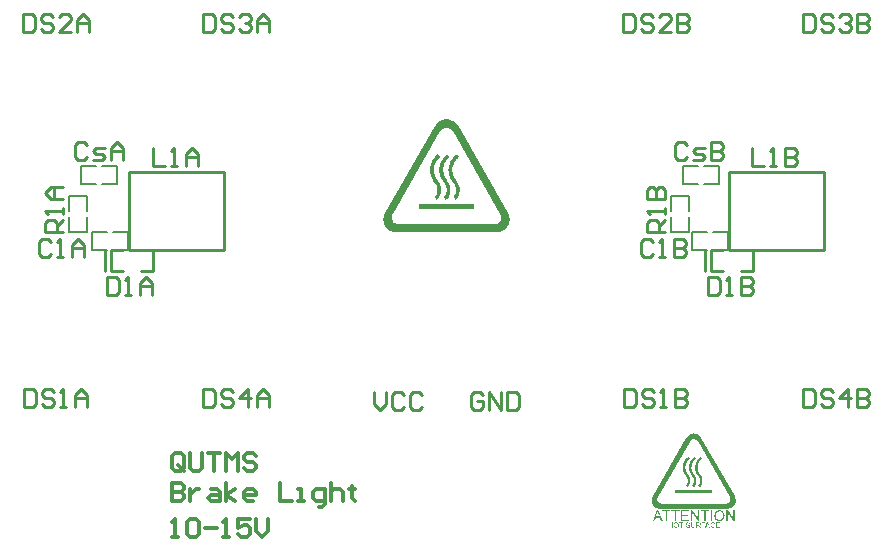
<source format=gto>
G04*
G04 #@! TF.GenerationSoftware,Altium Limited,Altium Designer,20.1.14 (287)*
G04*
G04 Layer_Color=65535*
%FSLAX25Y25*%
%MOIN*%
G70*
G04*
G04 #@! TF.SameCoordinates,7963FD37-A3EF-41C6-90A3-C7C30B782ED2*
G04*
G04*
G04 #@! TF.FilePolarity,Positive*
G04*
G01*
G75*
%ADD10C,0.00800*%
%ADD11C,0.01000*%
%ADD12C,0.01200*%
G36*
X300917Y280442D02*
X301305Y280330D01*
X301750Y280220D01*
X302250Y279997D01*
X302694Y279719D01*
X303194Y279331D01*
X303250Y279275D01*
X303361Y279164D01*
X303639Y278886D01*
X303694Y278831D01*
X303750Y278720D01*
X303972Y278386D01*
X320748Y249334D01*
X320803Y249278D01*
X320859Y249112D01*
X320970Y248778D01*
X321137Y248389D01*
X321248Y247945D01*
X321303Y247389D01*
Y246834D01*
X321248Y246223D01*
Y246167D01*
X321192Y246056D01*
X321137Y245834D01*
X321081Y245612D01*
Y245556D01*
X321026Y245445D01*
X320915Y245279D01*
X320803Y245001D01*
X320748D01*
X320692Y244945D01*
X320581Y244779D01*
X320415Y244501D01*
X320137Y244223D01*
X319804Y243890D01*
X319415Y243556D01*
X318915Y243279D01*
X318359Y243057D01*
X318304D01*
X318137Y243001D01*
X317915Y242945D01*
X317693D01*
X317637Y242890D01*
X317415D01*
X317137Y242834D01*
X283307Y242834D01*
X282974Y242890D01*
X282585Y243001D01*
X282085Y243112D01*
X281585Y243334D01*
X281085Y243612D01*
X280585Y244001D01*
X280530Y244056D01*
X280419Y244167D01*
X280141Y244445D01*
X280085Y244501D01*
X280030Y244612D01*
X279808Y245001D01*
X279752Y245056D01*
X279696Y245223D01*
X279585Y245501D01*
X279419Y245890D01*
X279308Y246334D01*
X279252Y246834D01*
Y247389D01*
X279308Y248001D01*
Y248056D01*
X279363Y248223D01*
X279419Y248445D01*
X279474Y248611D01*
Y248667D01*
X279530Y248778D01*
X279641Y248945D01*
X279752Y249167D01*
Y249223D01*
Y249278D01*
X279808D01*
X296528Y278275D01*
Y278331D01*
X296639Y278442D01*
X296861Y278775D01*
X297306Y279275D01*
X297806Y279719D01*
X297917Y279775D01*
X298139Y279886D01*
X298195Y279942D01*
X298306Y279997D01*
X298528Y280108D01*
X298750Y280220D01*
X299083Y280330D01*
X299472Y280386D01*
X299861Y280497D01*
X300583D01*
X300917Y280442D01*
D02*
G37*
G36*
X383111Y175682D02*
X383370Y175608D01*
X383666Y175534D01*
X384000Y175386D01*
X384296Y175201D01*
X384629Y174942D01*
X384666Y174905D01*
X384740Y174830D01*
X384926Y174645D01*
X384963Y174608D01*
X384999Y174534D01*
X385148Y174312D01*
X396331Y154945D01*
X396368Y154908D01*
X396405Y154797D01*
X396479Y154575D01*
X396590Y154316D01*
X396664Y154020D01*
X396701Y153649D01*
Y153279D01*
X396664Y152872D01*
Y152835D01*
X396627Y152761D01*
X396590Y152612D01*
X396553Y152464D01*
Y152427D01*
X396516Y152353D01*
X396442Y152242D01*
X396368Y152057D01*
X396331D01*
X396294Y152020D01*
X396220Y151909D01*
X396109Y151724D01*
X395923Y151539D01*
X395701Y151316D01*
X395442Y151094D01*
X395109Y150909D01*
X394738Y150761D01*
X394701D01*
X394590Y150724D01*
X394442Y150687D01*
X394294D01*
X394257Y150650D01*
X394109D01*
X393924Y150613D01*
X371373Y150613D01*
X371150Y150650D01*
X370891Y150724D01*
X370558Y150798D01*
X370225Y150946D01*
X369891Y151131D01*
X369558Y151391D01*
X369521Y151428D01*
X369447Y151502D01*
X369262Y151687D01*
X369225Y151724D01*
X369188Y151798D01*
X369040Y152057D01*
X369003Y152094D01*
X368966Y152205D01*
X368892Y152390D01*
X368780Y152649D01*
X368706Y152946D01*
X368669Y153279D01*
Y153649D01*
X368706Y154057D01*
Y154094D01*
X368743Y154205D01*
X368780Y154353D01*
X368817Y154464D01*
Y154501D01*
X368854Y154575D01*
X368929Y154686D01*
X369003Y154834D01*
Y154871D01*
Y154908D01*
X369040D01*
X380186Y174238D01*
Y174275D01*
X380260Y174349D01*
X380408Y174571D01*
X380704Y174905D01*
X381037Y175201D01*
X381111Y175238D01*
X381259Y175312D01*
X381296Y175349D01*
X381371Y175386D01*
X381519Y175460D01*
X381667Y175534D01*
X381889Y175608D01*
X382148Y175645D01*
X382407Y175719D01*
X382889D01*
X383111Y175682D01*
D02*
G37*
G36*
X396331Y146614D02*
X395849D01*
X393998Y149428D01*
Y146614D01*
X393553Y146614D01*
Y150169D01*
X394035Y150169D01*
X395886Y147391D01*
Y150169D01*
X396331D01*
Y146614D01*
D02*
G37*
G36*
X384518Y146614D02*
X384037D01*
X382148Y149428D01*
Y146614D01*
X381704D01*
Y150169D01*
X382185D01*
X384074Y147391D01*
Y150169D01*
X384518D01*
Y146614D01*
D02*
G37*
G36*
X388888D02*
X388406D01*
Y150169D01*
X388888D01*
Y146614D01*
D02*
G37*
G36*
X387851Y149761D02*
X386666D01*
Y146614D01*
X386185D01*
Y149761D01*
X385037D01*
Y150169D01*
X387851D01*
Y149761D01*
D02*
G37*
G36*
X381000D02*
X378890D01*
Y148650D01*
X380852D01*
Y148243D01*
X378890D01*
Y147021D01*
X381074D01*
Y146614D01*
X378408D01*
Y150169D01*
X381000D01*
Y149761D01*
D02*
G37*
G36*
X377927D02*
X376742D01*
Y146614D01*
X376297D01*
Y149761D01*
X375113D01*
Y150169D01*
X377927D01*
Y149761D01*
D02*
G37*
G36*
X374890D02*
X373742D01*
Y146614D01*
X373261D01*
Y149761D01*
X372076D01*
Y150169D01*
X374890D01*
Y149761D01*
D02*
G37*
G36*
X372335Y146614D02*
X371817D01*
X371410Y147687D01*
X369928D01*
X369521Y146614D01*
X369040D01*
X370373Y150169D01*
X370891D01*
X372335Y146614D01*
D02*
G37*
G36*
X391554Y150206D02*
X391850Y150131D01*
X392146Y149983D01*
X392220Y149946D01*
X392369Y149835D01*
X392554Y149613D01*
X392739Y149354D01*
Y149317D01*
X392776Y149280D01*
X392850Y149058D01*
X392924Y148761D01*
X392961Y148391D01*
Y148354D01*
Y148317D01*
X392924Y148058D01*
X392887Y147762D01*
X392739Y147428D01*
X392702Y147354D01*
X392591Y147169D01*
X392369Y146984D01*
X392109Y146799D01*
X392035Y146762D01*
X391850Y146688D01*
X391591Y146614D01*
X391258Y146577D01*
X391183D01*
X390961Y146614D01*
X390665Y146688D01*
X390369Y146799D01*
X390295Y146836D01*
X390147Y146984D01*
X389925Y147169D01*
X389739Y147465D01*
Y147502D01*
X389702Y147539D01*
X389665Y147725D01*
X389591Y148021D01*
X389554Y148354D01*
Y148391D01*
Y148502D01*
X389591Y148650D01*
X389628Y148872D01*
X389776Y149317D01*
X389887Y149539D01*
X390036Y149724D01*
X390073Y149761D01*
X390110Y149798D01*
X390221Y149872D01*
X390369Y149983D01*
X390739Y150169D01*
X390998Y150206D01*
X391258Y150243D01*
X391332D01*
X391554Y150206D01*
D02*
G37*
G36*
X381111Y146021D02*
X381148D01*
X381185Y145984D01*
X381334Y145836D01*
Y145799D01*
X381371Y145762D01*
X381408Y145540D01*
X381185D01*
Y145577D01*
Y145651D01*
X381148Y145725D01*
X381074Y145799D01*
X381037D01*
X381000Y145836D01*
X380778Y145873D01*
X380667D01*
X380556Y145836D01*
X380445Y145799D01*
X380408Y145762D01*
X380371Y145614D01*
Y145540D01*
X380408Y145429D01*
X380482Y145392D01*
X380593Y145355D01*
X380778Y145318D01*
X380815D01*
X380926Y145281D01*
X381074Y145244D01*
X381148Y145206D01*
X381185D01*
X381259Y145169D01*
X381334Y145095D01*
X381408Y145021D01*
X381445Y144947D01*
X381482Y144762D01*
Y144725D01*
Y144688D01*
X381445Y144577D01*
X381371Y144503D01*
X381334Y144466D01*
X381148Y144355D01*
X381111D01*
X381037Y144318D01*
X380815Y144281D01*
X380667D01*
X380408Y144355D01*
X380371D01*
X380334Y144392D01*
X380149Y144540D01*
Y144577D01*
X380112Y144614D01*
X380037Y144836D01*
X380297Y144873D01*
Y144799D01*
X380371Y144651D01*
X380408Y144614D01*
X380519Y144503D01*
X381074D01*
X381111Y144540D01*
X381185Y144614D01*
X381223Y144651D01*
X381259Y144762D01*
Y144799D01*
X381185Y144910D01*
X381148Y144947D01*
X381037Y145021D01*
X381000D01*
X380889Y145058D01*
X380704Y145095D01*
X380667D01*
X380593Y145133D01*
X380482Y145169D01*
X380371Y145206D01*
X380297Y145244D01*
X380186Y145392D01*
X380149Y145429D01*
X380112Y145577D01*
Y145614D01*
Y145651D01*
X380186Y145836D01*
Y145873D01*
X380260Y145910D01*
X380408Y146021D01*
X380445D01*
X380519Y146058D01*
X380741Y146095D01*
X380889D01*
X381111Y146021D01*
D02*
G37*
G36*
X389480D02*
X389628Y145947D01*
X389665Y145910D01*
X389702Y145836D01*
X389776Y145725D01*
X389850Y145577D01*
X389628Y145503D01*
Y145540D01*
X389591Y145614D01*
X389443Y145799D01*
X389369Y145836D01*
X389184Y145873D01*
X389073D01*
X388814Y145799D01*
Y145762D01*
X388740Y145725D01*
X388629Y145503D01*
Y145466D01*
X388591Y145392D01*
X388554Y145169D01*
Y145133D01*
Y145058D01*
X388629Y144799D01*
Y144762D01*
X388703Y144688D01*
X388740Y144614D01*
X388851Y144540D01*
X388962D01*
X389147Y144503D01*
X389258D01*
X389480Y144577D01*
X389517Y144614D01*
X389554Y144651D01*
X389628Y144762D01*
X389665Y144910D01*
X389887Y144836D01*
Y144799D01*
X389813Y144688D01*
X389739Y144540D01*
X389628Y144466D01*
X389591Y144429D01*
X389517Y144392D01*
X389369Y144318D01*
X389184Y144281D01*
X389147D01*
X388999Y144318D01*
X388851Y144355D01*
X388703Y144429D01*
X388666D01*
X388591Y144503D01*
X388517Y144577D01*
X388406Y144688D01*
Y144725D01*
X388369Y144836D01*
X388332Y144984D01*
Y145169D01*
Y145206D01*
Y145355D01*
X388369Y145503D01*
X388443Y145651D01*
Y145688D01*
X388517Y145762D01*
X388591Y145873D01*
X388740Y145984D01*
X388777Y146021D01*
X388851Y146058D01*
X388999Y146095D01*
X389332D01*
X389480Y146021D01*
D02*
G37*
G36*
X375668Y144318D02*
X375409D01*
Y145133D01*
X374483D01*
Y144318D01*
X374261D01*
Y146058D01*
X374483D01*
Y145318D01*
X375409D01*
Y146058D01*
X375668D01*
Y144318D01*
D02*
G37*
G36*
X383185Y145021D02*
Y144984D01*
Y144873D01*
X383148Y144725D01*
X383111Y144614D01*
X383074Y144540D01*
X383000Y144466D01*
X382889Y144392D01*
X382852D01*
X382778Y144355D01*
X382667Y144318D01*
X382482Y144281D01*
X382333D01*
X382185Y144318D01*
X382074Y144392D01*
X382037D01*
X382000Y144429D01*
X381852Y144577D01*
Y144614D01*
X381815Y144688D01*
X381778Y144836D01*
Y145021D01*
Y146058D01*
X382037D01*
Y145021D01*
Y144984D01*
Y144873D01*
Y144762D01*
X382074Y144688D01*
X382111Y144614D01*
X382222Y144503D01*
X382630D01*
X382741Y144540D01*
X382852Y144577D01*
X382889Y144614D01*
X382926Y144688D01*
X382963Y144799D01*
Y145021D01*
Y146058D01*
X383185D01*
Y145021D01*
D02*
G37*
G36*
X391480Y145836D02*
X390443D01*
Y145318D01*
X391406D01*
Y145095D01*
X390443D01*
Y144503D01*
X391517D01*
Y144318D01*
X390184D01*
Y146058D01*
X391480D01*
Y145836D01*
D02*
G37*
G36*
X388221Y144318D02*
X387925D01*
X387740Y144799D01*
X386999D01*
X386814Y144318D01*
X386555D01*
X387221Y146058D01*
X387480D01*
X388221Y144318D01*
D02*
G37*
G36*
X386555Y145836D02*
X385592D01*
Y145281D01*
X386444D01*
Y145095D01*
X385592D01*
Y144318D01*
X385370D01*
Y146058D01*
X386555D01*
Y145836D01*
D02*
G37*
G36*
X384740Y146021D02*
X384777D01*
X384814Y145984D01*
X384926Y145836D01*
Y145799D01*
X384963Y145762D01*
X384999Y145577D01*
Y145540D01*
Y145466D01*
X384963Y145355D01*
X384888Y145244D01*
X384851D01*
X384777Y145169D01*
X384666Y145133D01*
X384518Y145095D01*
X384555Y145058D01*
X384629Y144984D01*
X384703Y144947D01*
X384851Y144762D01*
X385148Y144318D01*
X384851D01*
X384629Y144651D01*
X384592Y144688D01*
X384555Y144762D01*
X384481Y144836D01*
X384444Y144910D01*
X384407Y144947D01*
X384333Y145021D01*
X384296D01*
X384222Y145058D01*
X383815D01*
Y144318D01*
X383592D01*
Y146058D01*
X384518D01*
X384740Y146021D01*
D02*
G37*
G36*
X379260Y145836D02*
X378667D01*
Y144318D01*
X378445D01*
Y145836D01*
X377853D01*
Y146058D01*
X379260D01*
Y145836D01*
D02*
G37*
G36*
X377112Y146021D02*
X377260Y145947D01*
X377297D01*
X377371Y145873D01*
X377482Y145799D01*
X377593Y145651D01*
Y145614D01*
X377631Y145503D01*
X377668Y145355D01*
Y145169D01*
Y145133D01*
Y144984D01*
X377631Y144836D01*
X377556Y144688D01*
X377519Y144651D01*
X377482Y144577D01*
X377260Y144392D01*
X377223D01*
X377112Y144355D01*
X376964Y144318D01*
X376816Y144281D01*
X376779D01*
X376668Y144318D01*
X376520Y144355D01*
X376372Y144429D01*
X376335D01*
X376260Y144503D01*
X376186Y144577D01*
X376075Y144688D01*
Y144725D01*
X376038Y144836D01*
X376001Y144984D01*
X375964Y145133D01*
Y145169D01*
Y145206D01*
X376001Y145392D01*
X376075Y145614D01*
X376223Y145836D01*
X376260Y145873D01*
X376372Y145984D01*
X376557Y146058D01*
X376816Y146095D01*
X376964D01*
X377112Y146021D01*
D02*
G37*
%LPC*%
G36*
X300306Y277664D02*
X300194D01*
X299917Y277609D01*
X299528Y277553D01*
X299083Y277331D01*
X299028Y277275D01*
X298972Y277220D01*
X298917D01*
X298861Y277164D01*
X298695Y276998D01*
X298472Y276775D01*
X298250Y276442D01*
X282307Y248889D01*
Y248834D01*
Y248778D01*
X282252Y248723D01*
X282196Y248500D01*
X282141Y248445D01*
X282085Y248167D01*
Y248112D01*
Y248001D01*
X282030Y247834D01*
Y247612D01*
X282085Y247112D01*
X282307Y246556D01*
X282363D01*
X282418Y246445D01*
X282529Y246278D01*
X282585Y246223D01*
X282752Y246001D01*
X282807D01*
X282863Y245890D01*
X283196Y245723D01*
X283696Y245501D01*
X284029Y245445D01*
X284363Y245390D01*
X316248Y245390D01*
Y245445D01*
X316637D01*
X316748Y245501D01*
X316970D01*
X317082Y245556D01*
X317415Y245723D01*
X317804Y246056D01*
X318248Y246556D01*
X318304Y246667D01*
X318415Y246889D01*
X318470Y247278D01*
X318526Y247723D01*
Y247778D01*
Y247945D01*
Y248056D01*
X318470Y248278D01*
X318359Y248556D01*
X318193Y248889D01*
Y248945D01*
X302305Y276498D01*
X302250D01*
X302194Y276553D01*
X302083Y276775D01*
Y276831D01*
X301972Y276887D01*
X301861Y276998D01*
X301805Y277053D01*
X301750Y277109D01*
X301416Y277331D01*
X300917Y277498D01*
X300639Y277609D01*
X300306D01*
Y277664D01*
D02*
G37*
%LPD*%
G36*
X303972Y268498D02*
X304416Y267943D01*
X304361Y267887D01*
X304194Y267776D01*
X303972Y267610D01*
X303694Y267332D01*
X303639Y267276D01*
X303527Y267110D01*
X303305Y266832D01*
X303083Y266499D01*
X303028Y266388D01*
X302861Y266054D01*
X302639Y265554D01*
X302416Y264943D01*
X302250Y264165D01*
X302194Y263332D01*
X302361Y262388D01*
X302472Y261944D01*
X302694Y261444D01*
X302750Y261388D01*
X302861Y261166D01*
X303083Y260833D01*
X303416Y260332D01*
X303472Y260222D01*
X303694Y259944D01*
X303916Y259555D01*
X304194Y259110D01*
X304250Y258999D01*
X304416Y258666D01*
X304527Y258166D01*
X304638Y257444D01*
Y257388D01*
Y257277D01*
Y256889D01*
Y256833D01*
Y256666D01*
Y256444D01*
X304583Y256277D01*
Y256166D01*
X304527Y255944D01*
X304416Y255555D01*
X304305Y255111D01*
X304083Y254666D01*
X303805Y254222D01*
X303472Y253889D01*
X303028Y253667D01*
X302639Y254833D01*
X302750Y254889D01*
X302805Y254944D01*
X302916Y255111D01*
X303028Y255277D01*
X303194Y255611D01*
X303305Y255944D01*
X303416Y256444D01*
Y256500D01*
Y256611D01*
Y256777D01*
Y256889D01*
Y256944D01*
Y257055D01*
Y257222D01*
Y257333D01*
Y257388D01*
X303361Y257500D01*
X303361Y257722D01*
X303250Y257999D01*
X303139Y258333D01*
X302972Y258722D01*
X302694Y259110D01*
X302416Y259555D01*
Y259610D01*
X302305Y259666D01*
X302083Y259999D01*
X301805Y260444D01*
X301583Y260888D01*
X301528Y260944D01*
X301472Y261166D01*
X301305Y261499D01*
X301194Y261944D01*
X301083Y262443D01*
X300972Y262999D01*
X300917Y263610D01*
X300972Y264221D01*
Y264277D01*
X301028Y264499D01*
X301083Y264832D01*
X301194Y265221D01*
X301361Y265665D01*
X301528Y266165D01*
X301805Y266721D01*
X302083Y267221D01*
X302139Y267332D01*
X302305Y267554D01*
X302527Y267832D01*
X302805Y268165D01*
X302861Y268221D01*
X303083Y268387D01*
X303361Y268665D01*
X303694Y268943D01*
X303972Y268498D01*
D02*
G37*
G36*
X300917D02*
X301305Y267943D01*
X301250Y267887D01*
X301083Y267776D01*
X300861Y267554D01*
X300583Y267332D01*
X300528Y267276D01*
X300417Y267110D01*
X300250Y266832D01*
X300028Y266499D01*
X299972Y266388D01*
X299806Y266054D01*
X299583Y265554D01*
X299361Y264943D01*
X299195Y264165D01*
X299139Y263332D01*
X299306Y262388D01*
X299417Y261944D01*
X299639Y261444D01*
X299694Y261388D01*
X299806Y261166D01*
X300028Y260777D01*
X300361Y260332D01*
X300417Y260222D01*
X300583Y259944D01*
X300805Y259555D01*
X301083Y259110D01*
X301139Y258999D01*
X301305Y258666D01*
X301472Y258166D01*
X301583Y257444D01*
Y257388D01*
Y257333D01*
Y257166D01*
Y256889D01*
Y256833D01*
Y256666D01*
X301528Y256444D01*
Y256277D01*
Y256166D01*
X301472Y255944D01*
X301361Y255555D01*
X301194Y255111D01*
X300972Y254666D01*
X300694Y254222D01*
X300361Y253889D01*
X299917Y253667D01*
X299528Y254833D01*
X299639Y254889D01*
X299694Y254944D01*
X299861Y255111D01*
X299972Y255277D01*
X300083Y255611D01*
X300194Y255944D01*
X300306Y256444D01*
Y256500D01*
Y256611D01*
Y256889D01*
Y256944D01*
Y257055D01*
Y257333D01*
Y257388D01*
Y257500D01*
X300250Y257722D01*
X300194Y257999D01*
X300028Y258333D01*
X299861Y258722D01*
X299639Y259110D01*
X299361Y259555D01*
Y259610D01*
X299250Y259721D01*
X299028Y260055D01*
X298750Y260499D01*
X298528Y260888D01*
X298472Y260944D01*
X298417Y261166D01*
X298250Y261499D01*
X298139Y261944D01*
X297972Y262443D01*
X297861Y262999D01*
X297806Y263610D01*
X297861Y264221D01*
Y264277D01*
X297917Y264499D01*
X297972Y264832D01*
X298083Y265221D01*
X298250Y265665D01*
X298472Y266165D01*
X298972Y267221D01*
X299028Y267332D01*
X299195Y267554D01*
X299417Y267832D01*
X299694Y268165D01*
X299750Y268221D01*
X299972Y268443D01*
X300250Y268665D01*
X300583Y268943D01*
X300917Y268498D01*
D02*
G37*
G36*
X297806D02*
X298250Y267943D01*
X298195D01*
X298139Y267887D01*
X297972Y267776D01*
X297750Y267554D01*
X297528Y267332D01*
X297473Y267276D01*
X297306Y267110D01*
X297139Y266832D01*
X296917Y266499D01*
X296861Y266388D01*
X296695Y266054D01*
X296473Y265554D01*
X296250Y264943D01*
X296084Y264165D01*
X296028Y263332D01*
X296195Y262388D01*
X296306Y261944D01*
X296528Y261444D01*
X296584Y261388D01*
X296695Y261166D01*
X296917Y260833D01*
X297250Y260332D01*
X297306Y260222D01*
X297473Y259944D01*
X297695Y259555D01*
X297972Y259110D01*
X298028Y258999D01*
X298195Y258666D01*
X298361Y258166D01*
X298472Y257444D01*
Y257388D01*
Y257222D01*
Y257055D01*
Y256889D01*
Y256833D01*
Y256666D01*
Y256444D01*
X298417Y256277D01*
Y256166D01*
X298361Y255944D01*
X298250Y255555D01*
X298083Y255111D01*
X297861Y254666D01*
X297584Y254222D01*
X297250Y253889D01*
X296806Y253667D01*
X296417Y254833D01*
X296528Y254889D01*
X296584Y254944D01*
X296750Y255111D01*
X296861Y255277D01*
X296972Y255611D01*
X297084Y255944D01*
X297195Y256444D01*
Y256500D01*
X297250Y256611D01*
Y256889D01*
Y256944D01*
Y256999D01*
Y257333D01*
Y257388D01*
X297195Y257500D01*
X297195Y257722D01*
X297084Y257999D01*
X296972Y258333D01*
X296806Y258722D01*
X296528Y259110D01*
X296250Y259555D01*
Y259610D01*
X296139Y259666D01*
X295917Y259999D01*
X295639Y260444D01*
X295417Y260888D01*
X295362Y260944D01*
X295306Y261166D01*
X295139Y261499D01*
X295028Y261944D01*
X294917Y262443D01*
X294806Y262999D01*
X294750Y263610D01*
X294806Y264221D01*
Y264277D01*
X294862Y264499D01*
X294917Y264832D01*
X295028Y265221D01*
X295139Y265665D01*
X295362Y266165D01*
X295584Y266721D01*
X295862Y267221D01*
X295917Y267332D01*
X296084Y267554D01*
X296306Y267832D01*
X296584Y268165D01*
X296695Y268276D01*
X296861Y268443D01*
X297195Y268721D01*
X297473Y268943D01*
X297806Y268498D01*
D02*
G37*
G36*
X309582Y250667D02*
X290973Y250667D01*
Y252222D01*
X309582Y252222D01*
Y250667D01*
D02*
G37*
%LPC*%
G36*
X382704Y173831D02*
X382630D01*
X382445Y173794D01*
X382185Y173757D01*
X381889Y173609D01*
X381852Y173572D01*
X381815Y173535D01*
X381778D01*
X381741Y173497D01*
X381630Y173386D01*
X381482Y173238D01*
X381334Y173016D01*
X370706Y154649D01*
Y154612D01*
Y154575D01*
X370669Y154538D01*
X370632Y154390D01*
X370595Y154353D01*
X370558Y154168D01*
Y154131D01*
Y154057D01*
X370521Y153946D01*
Y153797D01*
X370558Y153464D01*
X370706Y153094D01*
X370743D01*
X370780Y153020D01*
X370854Y152909D01*
X370891Y152872D01*
X371002Y152724D01*
X371039D01*
X371076Y152649D01*
X371298Y152539D01*
X371632Y152390D01*
X371854Y152353D01*
X372076Y152316D01*
X393331D01*
Y152353D01*
X393590D01*
X393665Y152390D01*
X393813D01*
X393887Y152427D01*
X394109Y152539D01*
X394368Y152761D01*
X394664Y153094D01*
X394701Y153168D01*
X394776Y153316D01*
X394812Y153575D01*
X394849Y153872D01*
Y153909D01*
Y154020D01*
Y154094D01*
X394812Y154242D01*
X394738Y154427D01*
X394627Y154649D01*
Y154686D01*
X384037Y173053D01*
X384000D01*
X383963Y173090D01*
X383889Y173238D01*
Y173275D01*
X383815Y173312D01*
X383740Y173386D01*
X383703Y173423D01*
X383666Y173460D01*
X383444Y173609D01*
X383111Y173720D01*
X382926Y173794D01*
X382704D01*
Y173831D01*
D02*
G37*
%LPD*%
G36*
X385148Y167721D02*
X385444Y167350D01*
X385407Y167313D01*
X385296Y167239D01*
X385148Y167128D01*
X384963Y166943D01*
X384926Y166906D01*
X384851Y166795D01*
X384703Y166610D01*
X384555Y166388D01*
X384518Y166314D01*
X384407Y166091D01*
X384259Y165758D01*
X384111Y165351D01*
X384000Y164832D01*
X383963Y164277D01*
X384074Y163647D01*
X384148Y163351D01*
X384296Y163018D01*
X384333Y162981D01*
X384407Y162833D01*
X384555Y162611D01*
X384777Y162277D01*
X384814Y162203D01*
X384963Y162018D01*
X385111Y161759D01*
X385296Y161463D01*
X385333Y161389D01*
X385444Y161167D01*
X385518Y160833D01*
X385592Y160352D01*
Y160315D01*
Y160241D01*
Y159982D01*
Y159944D01*
Y159833D01*
Y159685D01*
X385555Y159574D01*
Y159500D01*
X385518Y159352D01*
X385444Y159093D01*
X385370Y158797D01*
X385222Y158500D01*
X385037Y158204D01*
X384814Y157982D01*
X384518Y157834D01*
X384259Y158611D01*
X384333Y158648D01*
X384370Y158685D01*
X384444Y158797D01*
X384518Y158908D01*
X384629Y159130D01*
X384703Y159352D01*
X384777Y159685D01*
Y159722D01*
Y159796D01*
Y159907D01*
Y159982D01*
Y160019D01*
Y160093D01*
Y160204D01*
Y160278D01*
Y160315D01*
X384740Y160389D01*
Y160537D01*
X384666Y160722D01*
X384592Y160944D01*
X384481Y161204D01*
X384296Y161463D01*
X384111Y161759D01*
Y161796D01*
X384037Y161833D01*
X383889Y162055D01*
X383703Y162351D01*
X383555Y162648D01*
X383518Y162685D01*
X383481Y162833D01*
X383370Y163055D01*
X383296Y163351D01*
X383222Y163684D01*
X383148Y164055D01*
X383111Y164462D01*
X383148Y164869D01*
Y164907D01*
X383185Y165055D01*
X383222Y165277D01*
X383296Y165536D01*
X383407Y165832D01*
X383518Y166165D01*
X383703Y166536D01*
X383889Y166869D01*
X383926Y166943D01*
X384037Y167091D01*
X384185Y167276D01*
X384370Y167499D01*
X384407Y167536D01*
X384555Y167647D01*
X384740Y167832D01*
X384963Y168017D01*
X385148Y167721D01*
D02*
G37*
G36*
X383111D02*
X383370Y167350D01*
X383333Y167313D01*
X383222Y167239D01*
X383074Y167091D01*
X382889Y166943D01*
X382852Y166906D01*
X382778Y166795D01*
X382667Y166610D01*
X382519Y166388D01*
X382482Y166314D01*
X382370Y166091D01*
X382222Y165758D01*
X382074Y165351D01*
X381963Y164832D01*
X381926Y164277D01*
X382037Y163647D01*
X382111Y163351D01*
X382259Y163018D01*
X382296Y162981D01*
X382370Y162833D01*
X382519Y162574D01*
X382741Y162277D01*
X382778Y162203D01*
X382889Y162018D01*
X383037Y161759D01*
X383222Y161463D01*
X383259Y161389D01*
X383370Y161167D01*
X383481Y160833D01*
X383555Y160352D01*
Y160315D01*
Y160278D01*
Y160167D01*
Y159982D01*
Y159944D01*
Y159833D01*
X383518Y159685D01*
Y159574D01*
Y159500D01*
X383481Y159352D01*
X383407Y159093D01*
X383296Y158797D01*
X383148Y158500D01*
X382963Y158204D01*
X382741Y157982D01*
X382445Y157834D01*
X382185Y158611D01*
X382259Y158648D01*
X382296Y158685D01*
X382407Y158797D01*
X382482Y158908D01*
X382556Y159130D01*
X382630Y159352D01*
X382704Y159685D01*
Y159722D01*
Y159796D01*
Y159982D01*
Y160019D01*
Y160093D01*
Y160278D01*
Y160315D01*
Y160389D01*
X382667Y160537D01*
X382630Y160722D01*
X382519Y160944D01*
X382407Y161204D01*
X382259Y161463D01*
X382074Y161759D01*
Y161796D01*
X382000Y161870D01*
X381852Y162092D01*
X381667Y162388D01*
X381519Y162648D01*
X381482Y162685D01*
X381445Y162833D01*
X381334Y163055D01*
X381259Y163351D01*
X381148Y163684D01*
X381074Y164055D01*
X381037Y164462D01*
X381074Y164869D01*
Y164907D01*
X381111Y165055D01*
X381148Y165277D01*
X381223Y165536D01*
X381334Y165832D01*
X381482Y166165D01*
X381815Y166869D01*
X381852Y166943D01*
X381963Y167091D01*
X382111Y167276D01*
X382296Y167499D01*
X382333Y167536D01*
X382482Y167684D01*
X382667Y167832D01*
X382889Y168017D01*
X383111Y167721D01*
D02*
G37*
G36*
X381037D02*
X381334Y167350D01*
X381296D01*
X381259Y167313D01*
X381148Y167239D01*
X381000Y167091D01*
X380852Y166943D01*
X380815Y166906D01*
X380704Y166795D01*
X380593Y166610D01*
X380445Y166388D01*
X380408Y166314D01*
X380297Y166091D01*
X380149Y165758D01*
X380000Y165351D01*
X379889Y164832D01*
X379852Y164277D01*
X379963Y163647D01*
X380037Y163351D01*
X380186Y163018D01*
X380223Y162981D01*
X380297Y162833D01*
X380445Y162611D01*
X380667Y162277D01*
X380704Y162203D01*
X380815Y162018D01*
X380963Y161759D01*
X381148Y161463D01*
X381185Y161389D01*
X381296Y161167D01*
X381408Y160833D01*
X381482Y160352D01*
Y160315D01*
Y160204D01*
Y160093D01*
Y159982D01*
Y159944D01*
Y159833D01*
Y159685D01*
X381445Y159574D01*
Y159500D01*
X381408Y159352D01*
X381334Y159093D01*
X381223Y158797D01*
X381074Y158500D01*
X380889Y158204D01*
X380667Y157982D01*
X380371Y157834D01*
X380112Y158611D01*
X380186Y158648D01*
X380223Y158685D01*
X380334Y158797D01*
X380408Y158908D01*
X380482Y159130D01*
X380556Y159352D01*
X380630Y159685D01*
Y159722D01*
X380667Y159796D01*
Y159982D01*
Y160019D01*
Y160055D01*
Y160278D01*
Y160315D01*
X380630Y160389D01*
Y160537D01*
X380556Y160722D01*
X380482Y160944D01*
X380371Y161204D01*
X380186Y161463D01*
X380000Y161759D01*
Y161796D01*
X379926Y161833D01*
X379778Y162055D01*
X379593Y162351D01*
X379445Y162648D01*
X379408Y162685D01*
X379371Y162833D01*
X379260Y163055D01*
X379186Y163351D01*
X379112Y163684D01*
X379038Y164055D01*
X379001Y164462D01*
X379038Y164869D01*
Y164907D01*
X379075Y165055D01*
X379112Y165277D01*
X379186Y165536D01*
X379260Y165832D01*
X379408Y166165D01*
X379556Y166536D01*
X379741Y166869D01*
X379778Y166943D01*
X379889Y167091D01*
X380037Y167276D01*
X380223Y167499D01*
X380297Y167573D01*
X380408Y167684D01*
X380630Y167869D01*
X380815Y168017D01*
X381037Y167721D01*
D02*
G37*
G36*
X388888Y155834D02*
X376483D01*
Y156871D01*
X388888D01*
Y155834D01*
D02*
G37*
%LPC*%
G36*
X370632Y149798D02*
Y149724D01*
X370595Y149576D01*
X370521Y149391D01*
X370447Y149132D01*
X370039Y148095D01*
X371261D01*
X370891Y149058D01*
Y149095D01*
X370854Y149132D01*
X370780Y149317D01*
X370706Y149539D01*
X370632Y149798D01*
D02*
G37*
G36*
X391258Y149835D02*
X391183D01*
X390961Y149798D01*
X390665Y149687D01*
X390406Y149502D01*
X390332Y149428D01*
X390221Y149206D01*
X390147Y149058D01*
X390110Y148872D01*
X390036Y148613D01*
Y148354D01*
Y148317D01*
Y148243D01*
X390073Y148132D01*
Y147984D01*
X390184Y147651D01*
X390369Y147317D01*
X390443Y147243D01*
X390628Y147132D01*
X390887Y147021D01*
X391258Y146947D01*
X391332D01*
X391554Y146984D01*
X391850Y147095D01*
X392109Y147317D01*
Y147354D01*
X392183Y147391D01*
X392294Y147614D01*
X392406Y147947D01*
X392480Y148391D01*
Y148428D01*
Y148465D01*
Y148650D01*
X392406Y148872D01*
X392332Y149132D01*
X392294Y149206D01*
X392220Y149317D01*
X392072Y149502D01*
X391887Y149650D01*
X391850Y149687D01*
X391702Y149761D01*
X391480Y149798D01*
X391258Y149835D01*
D02*
G37*
G36*
X387332Y145873D02*
Y145836D01*
Y145762D01*
X387258Y145540D01*
X387073Y145021D01*
X387666D01*
X387480Y145503D01*
Y145540D01*
X387406Y145651D01*
X387332Y145873D01*
D02*
G37*
G36*
X384481D02*
X383815D01*
Y145281D01*
X384407D01*
X384555Y145318D01*
X384592D01*
X384629Y145355D01*
X384703Y145429D01*
X384740Y145466D01*
Y145577D01*
Y145614D01*
Y145651D01*
X384666Y145762D01*
X384629Y145799D01*
X384592Y145836D01*
X384481Y145873D01*
D02*
G37*
G36*
X376816D02*
X376668D01*
X376557Y145799D01*
X376409Y145725D01*
X376372Y145688D01*
X376335Y145577D01*
X376260Y145392D01*
X376223Y145133D01*
Y145095D01*
X376260Y144947D01*
X376297Y144762D01*
X376409Y144614D01*
X376446D01*
X376520Y144577D01*
X376631Y144540D01*
X376816Y144503D01*
X376853D01*
X377001Y144540D01*
X377112Y144577D01*
X377260Y144651D01*
X377297Y144688D01*
X377371Y144799D01*
X377408Y144947D01*
X377445Y145169D01*
Y145206D01*
Y145318D01*
X377371Y145540D01*
Y145577D01*
X377334Y145614D01*
X377149Y145799D01*
X377112D01*
X377038Y145836D01*
X376816Y145873D01*
D02*
G37*
%LPD*%
D10*
X185500Y259000D02*
X190500D01*
X178500D02*
X183500D01*
X185500Y265000D02*
X190500D01*
X178500D02*
X183500D01*
X190500Y259000D02*
Y265000D01*
X178500Y259000D02*
Y265000D01*
X381000Y250000D02*
Y255000D01*
Y243000D02*
Y248000D01*
X375000Y250000D02*
Y255000D01*
Y243000D02*
Y248000D01*
Y255000D02*
X381000D01*
X375000Y243000D02*
X381000D01*
X386000Y259000D02*
X391000D01*
X379000D02*
X384000D01*
X386000Y265000D02*
X391000D01*
X379000D02*
X384000D01*
X391000Y259000D02*
Y265000D01*
X379000Y259000D02*
Y265000D01*
X394000Y237000D02*
Y243000D01*
X382000Y237000D02*
Y243000D01*
X389000Y237000D02*
X394000D01*
X382000D02*
X387000D01*
X389000Y243000D02*
X394000D01*
X382000D02*
X387000D01*
X194000Y237000D02*
Y243000D01*
X182000Y237000D02*
Y243000D01*
X189000Y237000D02*
X194000D01*
X182000D02*
X187000D01*
X189000Y243000D02*
X194000D01*
X182000D02*
X187000D01*
X174500D02*
X180500D01*
X174500Y255000D02*
X180500D01*
X174500Y243000D02*
Y248000D01*
Y250000D02*
Y255000D01*
X180500Y243000D02*
Y248000D01*
Y250000D02*
Y255000D01*
D11*
X394500Y237000D02*
Y263000D01*
X426000D01*
Y237000D02*
Y263000D01*
X394500Y237000D02*
X426000D01*
X398500D02*
X402500D01*
Y230000D02*
Y237000D01*
X398500Y230000D02*
X402500D01*
X388500D02*
Y237000D01*
X392500D01*
X388500Y230000D02*
X392500D01*
X386500D02*
Y237000D01*
X198500D02*
X202500D01*
Y230000D02*
Y237000D01*
X198500Y230000D02*
X202500D01*
X188500D02*
Y237000D01*
X192500D01*
X188500Y230000D02*
X192500D01*
X186500D02*
Y237000D01*
X194500D02*
X226000D01*
Y263000D01*
X194500D02*
X226000D01*
X194500Y237000D02*
Y263000D01*
X312499Y188498D02*
X311499Y189498D01*
X309500D01*
X308500Y188498D01*
Y184500D01*
X309500Y183500D01*
X311499D01*
X312499Y184500D01*
Y186499D01*
X310499D01*
X314498Y183500D02*
Y189498D01*
X318497Y183500D01*
Y189498D01*
X320496D02*
Y183500D01*
X323495D01*
X324495Y184500D01*
Y188498D01*
X323495Y189498D01*
X320496D01*
X276000D02*
Y185499D01*
X277999Y183500D01*
X279999Y185499D01*
Y189498D01*
X285997Y188498D02*
X284997Y189498D01*
X282998D01*
X281998Y188498D01*
Y184500D01*
X282998Y183500D01*
X284997D01*
X285997Y184500D01*
X291995Y188498D02*
X290995Y189498D01*
X288996D01*
X287996Y188498D01*
Y184500D01*
X288996Y183500D01*
X290995D01*
X291995Y184500D01*
X419004Y190499D02*
Y184501D01*
X422003D01*
X423002Y185501D01*
Y189499D01*
X422003Y190499D01*
X419004D01*
X429000Y189499D02*
X428001Y190499D01*
X426001D01*
X425002Y189499D01*
Y188500D01*
X426001Y187500D01*
X428001D01*
X429000Y186500D01*
Y185501D01*
X428001Y184501D01*
X426001D01*
X425002Y185501D01*
X433999Y184501D02*
Y190499D01*
X431000Y187500D01*
X434998D01*
X436998Y190499D02*
Y184501D01*
X439997D01*
X440997Y185501D01*
Y186500D01*
X439997Y187500D01*
X436998D01*
X439997D01*
X440997Y188500D01*
Y189499D01*
X439997Y190499D01*
X436998D01*
X419004Y315499D02*
Y309501D01*
X422003D01*
X423002Y310501D01*
Y314499D01*
X422003Y315499D01*
X419004D01*
X429000Y314499D02*
X428001Y315499D01*
X426001D01*
X425002Y314499D01*
Y313500D01*
X426001Y312500D01*
X428001D01*
X429000Y311500D01*
Y310501D01*
X428001Y309501D01*
X426001D01*
X425002Y310501D01*
X431000Y314499D02*
X431999Y315499D01*
X433999D01*
X434998Y314499D01*
Y313500D01*
X433999Y312500D01*
X432999D01*
X433999D01*
X434998Y311500D01*
Y310501D01*
X433999Y309501D01*
X431999D01*
X431000Y310501D01*
X436998Y315499D02*
Y309501D01*
X439997D01*
X440997Y310501D01*
Y311500D01*
X439997Y312500D01*
X436998D01*
X439997D01*
X440997Y313500D01*
Y314499D01*
X439997Y315499D01*
X436998D01*
X359004D02*
Y309501D01*
X362003D01*
X363002Y310501D01*
Y314499D01*
X362003Y315499D01*
X359004D01*
X369000Y314499D02*
X368001Y315499D01*
X366001D01*
X365002Y314499D01*
Y313500D01*
X366001Y312500D01*
X368001D01*
X369000Y311500D01*
Y310501D01*
X368001Y309501D01*
X366001D01*
X365002Y310501D01*
X374998Y309501D02*
X371000D01*
X374998Y313500D01*
Y314499D01*
X373999Y315499D01*
X371999D01*
X371000Y314499D01*
X376998Y315499D02*
Y309501D01*
X379997D01*
X380996Y310501D01*
Y311500D01*
X379997Y312500D01*
X376998D01*
X379997D01*
X380996Y313500D01*
Y314499D01*
X379997Y315499D01*
X376998D01*
X359503Y190499D02*
Y184501D01*
X362502D01*
X363502Y185501D01*
Y189499D01*
X362502Y190499D01*
X359503D01*
X369500Y189499D02*
X368500Y190499D01*
X366501D01*
X365501Y189499D01*
Y188500D01*
X366501Y187500D01*
X368500D01*
X369500Y186500D01*
Y185501D01*
X368500Y184501D01*
X366501D01*
X365501Y185501D01*
X371499Y184501D02*
X373499D01*
X372499D01*
Y190499D01*
X371499Y189499D01*
X376498Y190499D02*
Y184501D01*
X379497D01*
X380497Y185501D01*
Y186500D01*
X379497Y187500D01*
X376498D01*
X379497D01*
X380497Y188500D01*
Y189499D01*
X379497Y190499D01*
X376498D01*
X219004D02*
Y184501D01*
X222003D01*
X223002Y185501D01*
Y189499D01*
X222003Y190499D01*
X219004D01*
X229000Y189499D02*
X228001Y190499D01*
X226001D01*
X225002Y189499D01*
Y188500D01*
X226001Y187500D01*
X228001D01*
X229000Y186500D01*
Y185501D01*
X228001Y184501D01*
X226001D01*
X225002Y185501D01*
X233999Y184501D02*
Y190499D01*
X231000Y187500D01*
X234998D01*
X236998Y184501D02*
Y188500D01*
X238997Y190499D01*
X240997Y188500D01*
Y184501D01*
Y187500D01*
X236998D01*
X219004Y315499D02*
Y309501D01*
X222003D01*
X223002Y310501D01*
Y314499D01*
X222003Y315499D01*
X219004D01*
X229000Y314499D02*
X228001Y315499D01*
X226001D01*
X225002Y314499D01*
Y313500D01*
X226001Y312500D01*
X228001D01*
X229000Y311500D01*
Y310501D01*
X228001Y309501D01*
X226001D01*
X225002Y310501D01*
X231000Y314499D02*
X231999Y315499D01*
X233999D01*
X234998Y314499D01*
Y313500D01*
X233999Y312500D01*
X232999D01*
X233999D01*
X234998Y311500D01*
Y310501D01*
X233999Y309501D01*
X231999D01*
X231000Y310501D01*
X236998Y309501D02*
Y313500D01*
X238997Y315499D01*
X240997Y313500D01*
Y309501D01*
Y312500D01*
X236998D01*
X159004Y315499D02*
Y309501D01*
X162003D01*
X163002Y310501D01*
Y314499D01*
X162003Y315499D01*
X159004D01*
X169000Y314499D02*
X168001Y315499D01*
X166001D01*
X165002Y314499D01*
Y313500D01*
X166001Y312500D01*
X168001D01*
X169000Y311500D01*
Y310501D01*
X168001Y309501D01*
X166001D01*
X165002Y310501D01*
X174998Y309501D02*
X171000D01*
X174998Y313500D01*
Y314499D01*
X173999Y315499D01*
X171999D01*
X171000Y314499D01*
X176998Y309501D02*
Y313500D01*
X178997Y315499D01*
X180997Y313500D01*
Y309501D01*
Y312500D01*
X176998D01*
X159503Y190499D02*
Y184501D01*
X162502D01*
X163502Y185501D01*
Y189499D01*
X162502Y190499D01*
X159503D01*
X169500Y189499D02*
X168500Y190499D01*
X166501D01*
X165501Y189499D01*
Y188500D01*
X166501Y187500D01*
X168500D01*
X169500Y186500D01*
Y185501D01*
X168500Y184501D01*
X166501D01*
X165501Y185501D01*
X171500Y184501D02*
X173499D01*
X172499D01*
Y190499D01*
X171500Y189499D01*
X176498Y184501D02*
Y188500D01*
X178497Y190499D01*
X180497Y188500D01*
Y184501D01*
Y187500D01*
X176498D01*
X380501Y271999D02*
X379502Y272999D01*
X377502D01*
X376503Y271999D01*
Y268001D01*
X377502Y267001D01*
X379502D01*
X380501Y268001D01*
X382501Y267001D02*
X385500D01*
X386499Y268001D01*
X385500Y269000D01*
X383500D01*
X382501Y270000D01*
X383500Y271000D01*
X386499D01*
X388499Y272999D02*
Y267001D01*
X391498D01*
X392497Y268001D01*
Y269000D01*
X391498Y270000D01*
X388499D01*
X391498D01*
X392497Y271000D01*
Y271999D01*
X391498Y272999D01*
X388499D01*
X180501Y271999D02*
X179502Y272999D01*
X177502D01*
X176503Y271999D01*
Y268001D01*
X177502Y267001D01*
X179502D01*
X180501Y268001D01*
X182501Y267001D02*
X185500D01*
X186499Y268001D01*
X185500Y269000D01*
X183500D01*
X182501Y270000D01*
X183500Y271000D01*
X186499D01*
X188499Y267001D02*
Y271000D01*
X190498Y272999D01*
X192497Y271000D01*
Y267001D01*
Y270000D01*
X188499D01*
X372999Y243002D02*
X367001D01*
Y246002D01*
X368001Y247001D01*
X370000D01*
X371000Y246002D01*
Y243002D01*
Y245002D02*
X372999Y247001D01*
Y249001D02*
Y251000D01*
Y250000D01*
X367001D01*
X368001Y249001D01*
X367001Y253999D02*
X372999D01*
Y256998D01*
X371999Y257998D01*
X371000D01*
X370000Y256998D01*
Y253999D01*
Y256998D01*
X369000Y257998D01*
X368001D01*
X367001Y256998D01*
Y253999D01*
X172499Y243002D02*
X166501D01*
Y246002D01*
X167501Y247001D01*
X169500D01*
X170500Y246002D01*
Y243002D01*
Y245002D02*
X172499Y247001D01*
Y249001D02*
Y251000D01*
Y250000D01*
X166501D01*
X167501Y249001D01*
X172499Y253999D02*
X168500D01*
X166501Y255998D01*
X168500Y257998D01*
X172499D01*
X169500D01*
Y253999D01*
X402002Y270999D02*
Y265001D01*
X406001D01*
X408001D02*
X410000D01*
X409000D01*
Y270999D01*
X408001Y269999D01*
X412999Y270999D02*
Y265001D01*
X415998D01*
X416998Y266001D01*
Y267000D01*
X415998Y268000D01*
X412999D01*
X415998D01*
X416998Y269000D01*
Y269999D01*
X415998Y270999D01*
X412999D01*
X202502D02*
Y265001D01*
X206501D01*
X208501D02*
X210500D01*
X209500D01*
Y270999D01*
X208501Y269999D01*
X213499Y265001D02*
Y269000D01*
X215498Y270999D01*
X217498Y269000D01*
Y265001D01*
Y268000D01*
X213499D01*
X387502Y227999D02*
Y222001D01*
X390501D01*
X391501Y223001D01*
Y226999D01*
X390501Y227999D01*
X387502D01*
X393500Y222001D02*
X395500D01*
X394500D01*
Y227999D01*
X393500Y226999D01*
X398499Y227999D02*
Y222001D01*
X401498D01*
X402498Y223001D01*
Y224000D01*
X401498Y225000D01*
X398499D01*
X401498D01*
X402498Y226000D01*
Y226999D01*
X401498Y227999D01*
X398499D01*
X187002D02*
Y222001D01*
X190001D01*
X191001Y223001D01*
Y226999D01*
X190001Y227999D01*
X187002D01*
X193000Y222001D02*
X195000D01*
X194000D01*
Y227999D01*
X193000Y226999D01*
X197999Y222001D02*
Y226000D01*
X199998Y227999D01*
X201998Y226000D01*
Y222001D01*
Y225000D01*
X197999D01*
X369001Y239499D02*
X368002Y240499D01*
X366002D01*
X365002Y239499D01*
Y235501D01*
X366002Y234501D01*
X368002D01*
X369001Y235501D01*
X371001Y234501D02*
X373000D01*
X372000D01*
Y240499D01*
X371001Y239499D01*
X375999Y240499D02*
Y234501D01*
X378998D01*
X379998Y235501D01*
Y236500D01*
X378998Y237500D01*
X375999D01*
X378998D01*
X379998Y238500D01*
Y239499D01*
X378998Y240499D01*
X375999D01*
X168501Y239499D02*
X167501Y240499D01*
X165502D01*
X164502Y239499D01*
Y235501D01*
X165502Y234501D01*
X167501D01*
X168501Y235501D01*
X170501Y234501D02*
X172500D01*
X171500D01*
Y240499D01*
X170501Y239499D01*
X175499Y234501D02*
Y238500D01*
X177498Y240499D01*
X179498Y238500D01*
Y234501D01*
Y237500D01*
X175499D01*
D12*
X212699Y164354D02*
Y168353D01*
X211699Y169353D01*
X209700D01*
X208700Y168353D01*
Y164354D01*
X209700Y163355D01*
X211699D01*
X210699Y165354D02*
X212699Y163355D01*
X211699D02*
X212699Y164354D01*
X214698Y169353D02*
Y164354D01*
X215698Y163355D01*
X217697D01*
X218697Y164354D01*
Y169353D01*
X220696D02*
X224695D01*
X222695D01*
Y163355D01*
X226694D02*
Y169353D01*
X228694Y167353D01*
X230693Y169353D01*
Y163355D01*
X236691Y168353D02*
X235691Y169353D01*
X233692D01*
X232692Y168353D01*
Y167353D01*
X233692Y166354D01*
X235691D01*
X236691Y165354D01*
Y164354D01*
X235691Y163355D01*
X233692D01*
X232692Y164354D01*
X208700Y159275D02*
Y153277D01*
X211699D01*
X212699Y154277D01*
Y155276D01*
X211699Y156276D01*
X208700D01*
X211699D01*
X212699Y157276D01*
Y158275D01*
X211699Y159275D01*
X208700D01*
X214698Y157276D02*
Y153277D01*
Y155276D01*
X215698Y156276D01*
X216697Y157276D01*
X217697D01*
X221696D02*
X223695D01*
X224695Y156276D01*
Y153277D01*
X221696D01*
X220696Y154277D01*
X221696Y155276D01*
X224695D01*
X226694Y153277D02*
Y159275D01*
Y155276D02*
X229693Y157276D01*
X226694Y155276D02*
X229693Y153277D01*
X235691D02*
X233692D01*
X232692Y154277D01*
Y156276D01*
X233692Y157276D01*
X235691D01*
X236691Y156276D01*
Y155276D01*
X232692D01*
X244688Y159275D02*
Y153277D01*
X248687D01*
X250686D02*
X252686D01*
X251686D01*
Y157276D01*
X250686D01*
X257684Y151278D02*
X258684D01*
X259683Y152277D01*
Y157276D01*
X256684D01*
X255685Y156276D01*
Y154277D01*
X256684Y153277D01*
X259683D01*
X261683Y159275D02*
Y153277D01*
Y156276D01*
X262683Y157276D01*
X264682D01*
X265682Y156276D01*
Y153277D01*
X268681Y158275D02*
Y157276D01*
X267681D01*
X269680D01*
X268681D01*
Y154277D01*
X269680Y153277D01*
X208700Y141200D02*
X210699D01*
X209700D01*
Y147198D01*
X208700Y146198D01*
X213698D02*
X214698Y147198D01*
X216697D01*
X217697Y146198D01*
Y142200D01*
X216697Y141200D01*
X214698D01*
X213698Y142200D01*
Y146198D01*
X219696Y144199D02*
X223695D01*
X225694Y141200D02*
X227694D01*
X226694D01*
Y147198D01*
X225694Y146198D01*
X234692Y147198D02*
X230693D01*
Y144199D01*
X232692Y145199D01*
X233692D01*
X234692Y144199D01*
Y142200D01*
X233692Y141200D01*
X231693D01*
X230693Y142200D01*
X236691Y147198D02*
Y143199D01*
X238690Y141200D01*
X240690Y143199D01*
Y147198D01*
M02*

</source>
